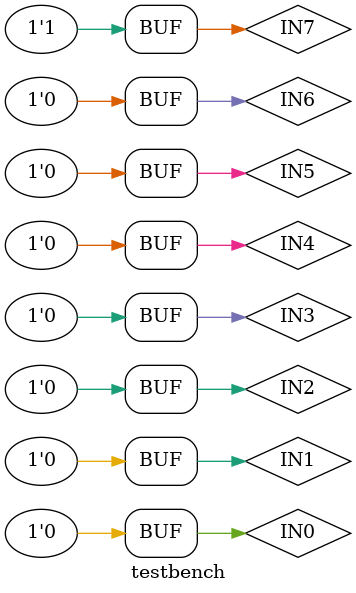
<source format=v>
`timescale 1ns/1ps

module testbench();

    reg IN0,IN1,IN2,IN3,IN4,IN5,IN6,IN7;

    Encoder_I ENI (
      .IN0(IN0),.IN1(IN1),.IN2(IN2),.IN3(IN3),.IN4(IN4),.IN5(IN5),.IN6(IN6),.IN7(IN7)
      );

    initial
    begin
        IN0=1'b1; IN1=1'b0; IN2=1'b0; IN3=1'b0; IN4=1'b0; IN5=1'b0; IN6=1'b0; IN7=1'b0;
        #10 IN0=1'b0; IN1=1'b1; IN2=1'b0; IN3=1'b0; IN4=1'b0; IN5=1'b0; IN6=1'b0; IN7=1'b0;
        #10 IN0=1'b0; IN1=1'b0; IN2=1'b1; IN3=1'b0; IN4=1'b0; IN5=1'b0; IN6=1'b0; IN7=1'b0;
        #10 IN0=1'b0; IN1=1'b0; IN2=1'b0; IN3=1'b1; IN4=1'b0; IN5=1'b0; IN6=1'b0; IN7=1'b0;
        #10 IN0=1'b0; IN1=1'b0; IN2=1'b0; IN3=1'b0; IN4=1'b1; IN5=1'b0; IN6=1'b0; IN7=1'b0;
        #10 IN0=1'b0; IN1=1'b0; IN2=1'b0; IN3=1'b0; IN4=1'b0; IN5=1'b1; IN6=1'b0; IN7=1'b0;
        #10 IN0=1'b0; IN1=1'b0; IN2=1'b0; IN3=1'b0; IN4=1'b0; IN5=1'b0; IN6=1'b1; IN7=1'b0;
        #10 IN0=1'b0; IN1=1'b0; IN2=1'b0; IN3=1'b0; IN4=1'b0; IN5=1'b0; IN6=1'b0; IN7=1'b1;
        #10 ;

    end

endmodule
</source>
